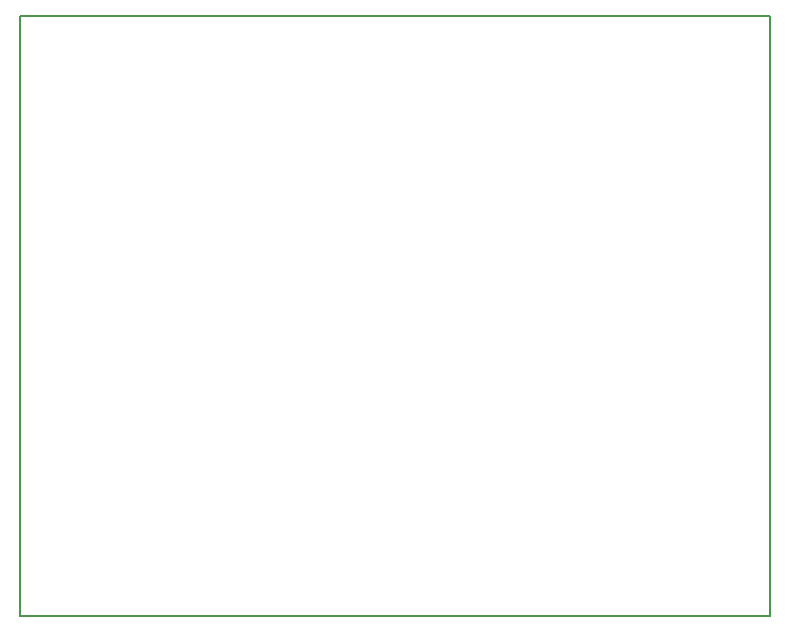
<source format=gbr>
G04 #@! TF.GenerationSoftware,KiCad,Pcbnew,5.1.8-db9833491~88~ubuntu18.04.1*
G04 #@! TF.CreationDate,2020-12-12T18:03:07+01:00*
G04 #@! TF.ProjectId,UselessBox,5573656c-6573-4734-926f-782e6b696361,rev?*
G04 #@! TF.SameCoordinates,Original*
G04 #@! TF.FileFunction,Profile,NP*
%FSLAX46Y46*%
G04 Gerber Fmt 4.6, Leading zero omitted, Abs format (unit mm)*
G04 Created by KiCad (PCBNEW 5.1.8-db9833491~88~ubuntu18.04.1) date 2020-12-12 18:03:07*
%MOMM*%
%LPD*%
G01*
G04 APERTURE LIST*
G04 #@! TA.AperFunction,Profile*
%ADD10C,0.150000*%
G04 #@! TD*
G04 APERTURE END LIST*
D10*
X143510000Y-125730000D02*
X80010000Y-125730000D01*
X143510000Y-74930000D02*
X143510000Y-125730000D01*
X80010000Y-74930000D02*
X143510000Y-74930000D01*
X80010000Y-125730000D02*
X80010000Y-74930000D01*
M02*

</source>
